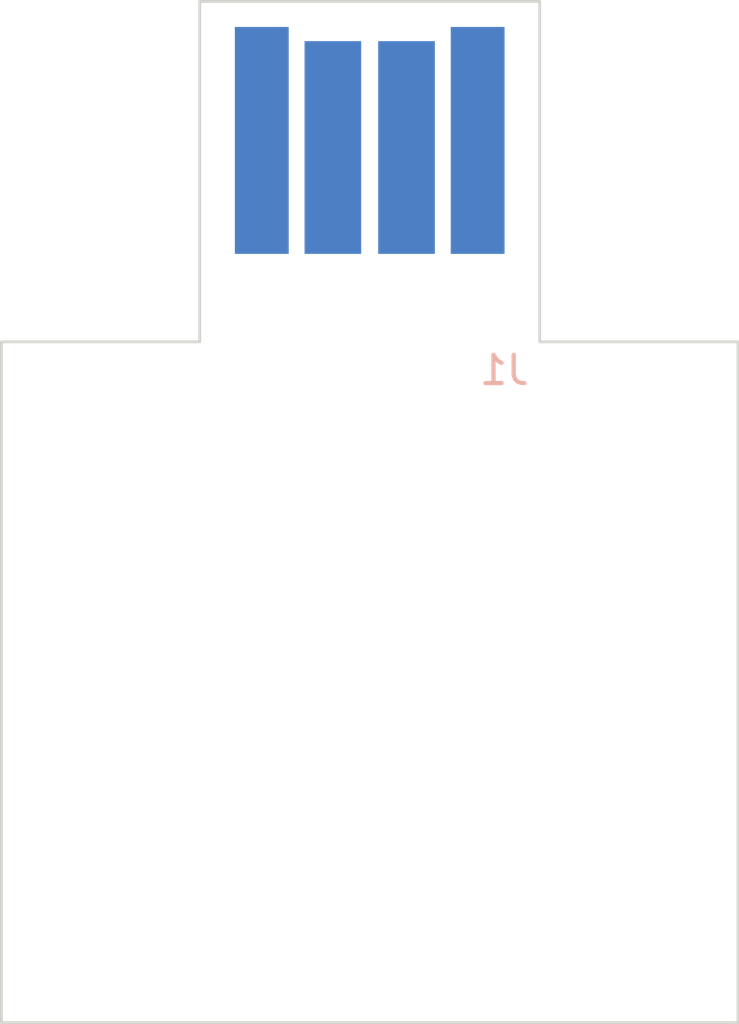
<source format=kicad_pcb>
(kicad_pcb (version 20211014) (generator pcbnew)
  (layers (0 "F.Cu" signal) (31 "B.Cu" signal) (34 "B.Paste" user) (35 "F.Paste" user) (36 "B.SilkS" user "B.Silkscreen") (37 "F.SilkS" user "F.Silkscreen") (38 "B.Mask" user) (39 "F.Mask" user) (44 "Edge.Cuts" user))
  (net 0 "")
  (footprint "usb-a-pcb:usb-a-pcb" (layer "B.Cu") (at 106 106 180)
    (fp_text reference "J1" hide)
    (fp_text value "USB_A" hide)
    (fp_text user "${REFERENCE}" (at 1.25 -1) (layer "B.SilkS") (effects (justify mirror)))
    (pad "1" connect rect (at 2.19 7.1) (size 1.9 8) (layers "B.Cu" "B.Mask"))
    (pad "2" connect rect (at 4.7 6.85) (size 2 7.5) (layers "B.Cu" "B.Mask"))
    (pad "3" connect rect (at 7.3 6.85) (size 2 7.5) (layers "B.Cu" "B.Mask"))
    (pad "4" connect rect (at 9.81 7.1) (size 1.9 8) (layers "B.Cu" "B.Mask"))
  )
  (gr_poly (pts (xy 106 106) (xy 113 106) (xy 113 130) (xy 87 130) (xy 87 106) (xy 94 106) (xy 94 94) (xy 106 94)) (layer "Edge.Cuts") (width 0.1) (fill none))
)
</source>
